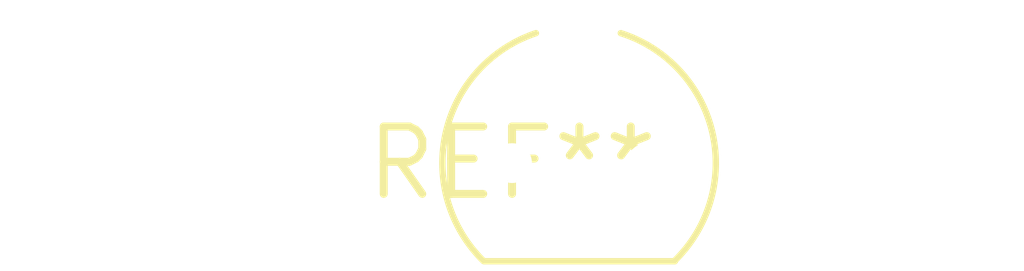
<source format=kicad_pcb>
(kicad_pcb (version 20240108) (generator pcbnew)
  (layers (0 "F.Cu" signal) (31 "B.Cu" signal) (34 "B.Paste" user) (35 "F.Paste" user) (36 "B.SilkS" user "B.Silkscreen") (37 "F.SilkS" user "F.Silkscreen") (38 "B.Mask" user) (39 "F.Mask" user) (44 "Edge.Cuts" user))
  (net 0 "")
  (footprint "TO-92L_HandSolder" (layer "F.Cu") (at 0 0)
    (property "Reference" "REF**")
    (property "Value" "TO-92L_HandSolder")
    (fp_line (start -0.53 1.85) (end 3.07 1.85) (layer "F.SilkS") (stroke (width 0.12)))
    (fp_arc (start -0.541453 1.842156) (mid -1.247298 -0.581475) (end 0.45 -2.45) (layer "F.SilkS") (stroke (width 0.12)))
    (fp_arc (start 2.05 -2.45) (mid 3.769931 -0.601036) (end 3.078445 1.827684) (layer "F.SilkS") (stroke (width 0.12)))
    (pad "1" thru_hole rect (at 0 0) (size 1.1 1.8) (drill 0.75 (offset 0 0.4)) (layers *.Cu *.Mask) (remove_unused_layers))
    (pad "2" thru_hole roundrect (at 1.27 -1.27) (size 1.1 1.8) (drill 0.75 (offset 0 -0.4)) (layers *.Cu *.Mask) (remove_unused_layers))
    (pad "3" thru_hole roundrect (at 2.54 0) (size 1.1 1.8) (drill 0.75 (offset 0 0.4)) (layers *.Cu *.Mask) (remove_unused_layers))
  )
)
</source>
